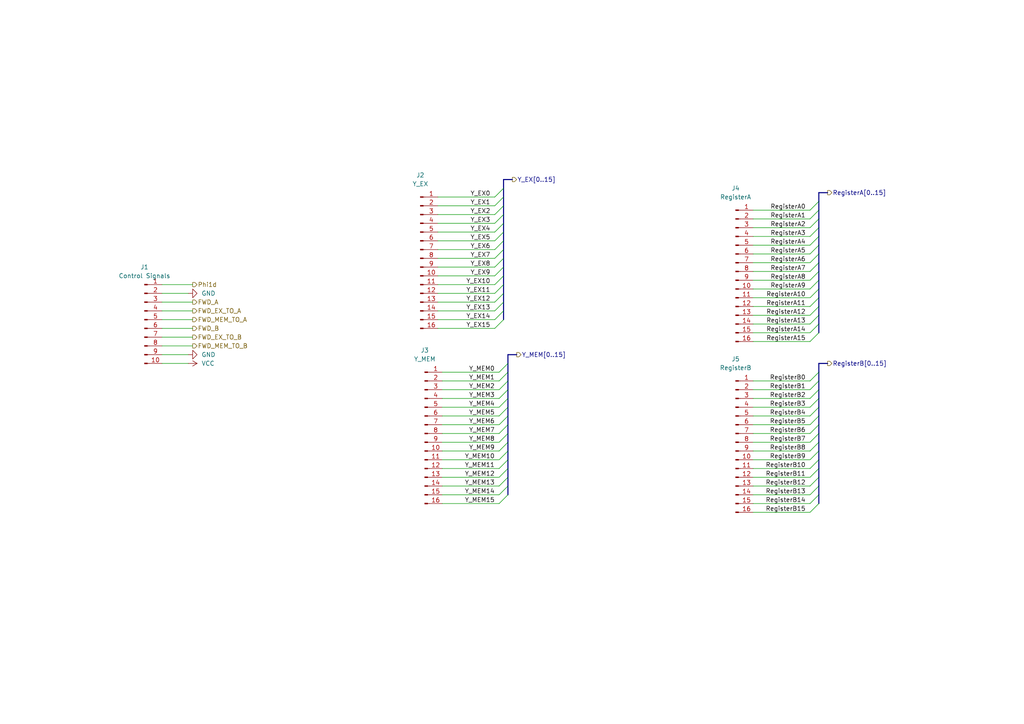
<source format=kicad_sch>
(kicad_sch (version 20211123) (generator eeschema)
  (paper "A4")
  (title_block (date "2022-04-13") (rev "A"))
  (lib_symbols
    (symbol "Connector:Conn_01x10_Male" (pin_names (offset 1.016) hide)
      (property "Reference" "J" (at 0 12.7 0))
      (property "Value" "Conn_01x10_Male" (at 0 -15.24 0))
      (symbol "Conn_01x10_Male_1_1"
        (polyline (pts (xy 1.27 -12.7) (xy 0.8636 -12.7)) (stroke (width 0.1524)))
        (polyline (pts (xy 1.27 -10.16) (xy 0.8636 -10.16)) (stroke (width 0.1524)))
        (polyline (pts (xy 1.27 -7.62) (xy 0.8636 -7.62)) (stroke (width 0.1524)))
        (polyline (pts (xy 1.27 -5.08) (xy 0.8636 -5.08)) (stroke (width 0.1524)))
        (polyline (pts (xy 1.27 -2.54) (xy 0.8636 -2.54)) (stroke (width 0.1524)))
        (polyline (pts (xy 1.27 0) (xy 0.8636 0)) (stroke (width 0.1524)))
        (polyline (pts (xy 1.27 2.54) (xy 0.8636 2.54)) (stroke (width 0.1524)))
        (polyline (pts (xy 1.27 5.08) (xy 0.8636 5.08)) (stroke (width 0.1524)))
        (polyline (pts (xy 1.27 7.62) (xy 0.8636 7.62)) (stroke (width 0.1524)))
        (polyline (pts (xy 1.27 10.16) (xy 0.8636 10.16)) (stroke (width 0.1524)))
        (rectangle (start 0.8636 -12.573) (end 0 -12.827) (stroke (width 0.1524)) (fill (type outline)))
        (rectangle (start 0.8636 -10.033) (end 0 -10.287) (stroke (width 0.1524)) (fill (type outline)))
        (rectangle (start 0.8636 -7.493) (end 0 -7.747) (stroke (width 0.1524)) (fill (type outline)))
        (rectangle (start 0.8636 -4.953) (end 0 -5.207) (stroke (width 0.1524)) (fill (type outline)))
        (rectangle (start 0.8636 -2.413) (end 0 -2.667) (stroke (width 0.1524)) (fill (type outline)))
        (rectangle (start 0.8636 0.127) (end 0 -0.127) (stroke (width 0.1524)) (fill (type outline)))
        (rectangle (start 0.8636 2.667) (end 0 2.413) (stroke (width 0.1524)) (fill (type outline)))
        (rectangle (start 0.8636 5.207) (end 0 4.953) (stroke (width 0.1524)) (fill (type outline)))
        (rectangle (start 0.8636 7.747) (end 0 7.493) (stroke (width 0.1524)) (fill (type outline)))
        (rectangle (start 0.8636 10.287) (end 0 10.033) (stroke (width 0.1524)) (fill (type outline)))
        (pin passive line (at 5.08 10.16 180) (length 3.81) (name "Pin_1") (number "1"))
        (pin passive line (at 5.08 -12.7 180) (length 3.81) (name "Pin_10") (number "10"))
        (pin passive line (at 5.08 7.62 180) (length 3.81) (name "Pin_2") (number "2"))
        (pin passive line (at 5.08 5.08 180) (length 3.81) (name "Pin_3") (number "3"))
        (pin passive line (at 5.08 2.54 180) (length 3.81) (name "Pin_4") (number "4"))
        (pin passive line (at 5.08 0 180) (length 3.81) (name "Pin_5") (number "5"))
        (pin passive line (at 5.08 -2.54 180) (length 3.81) (name "Pin_6") (number "6"))
        (pin passive line (at 5.08 -5.08 180) (length 3.81) (name "Pin_7") (number "7"))
        (pin passive line (at 5.08 -7.62 180) (length 3.81) (name "Pin_8") (number "8"))
        (pin passive line (at 5.08 -10.16 180) (length 3.81) (name "Pin_9") (number "9"))
      )
    )
    (symbol "Connector:Conn_01x16_Male" (pin_names (offset 1.016) hide)
      (property "Reference" "J" (at 0 20.32 0))
      (property "Value" "Conn_01x16_Male" (at 0 -22.86 0))
      (symbol "Conn_01x16_Male_1_1"
        (polyline (pts (xy 1.27 -20.32) (xy 0.8636 -20.32)) (stroke (width 0.1524)))
        (polyline (pts (xy 1.27 -17.78) (xy 0.8636 -17.78)) (stroke (width 0.1524)))
        (polyline (pts (xy 1.27 -15.24) (xy 0.8636 -15.24)) (stroke (width 0.1524)))
        (polyline (pts (xy 1.27 -12.7) (xy 0.8636 -12.7)) (stroke (width 0.1524)))
        (polyline (pts (xy 1.27 -10.16) (xy 0.8636 -10.16)) (stroke (width 0.1524)))
        (polyline (pts (xy 1.27 -7.62) (xy 0.8636 -7.62)) (stroke (width 0.1524)))
        (polyline (pts (xy 1.27 -5.08) (xy 0.8636 -5.08)) (stroke (width 0.1524)))
        (polyline (pts (xy 1.27 -2.54) (xy 0.8636 -2.54)) (stroke (width 0.1524)))
        (polyline (pts (xy 1.27 0) (xy 0.8636 0)) (stroke (width 0.1524)))
        (polyline (pts (xy 1.27 2.54) (xy 0.8636 2.54)) (stroke (width 0.1524)))
        (polyline (pts (xy 1.27 5.08) (xy 0.8636 5.08)) (stroke (width 0.1524)))
        (polyline (pts (xy 1.27 7.62) (xy 0.8636 7.62)) (stroke (width 0.1524)))
        (polyline (pts (xy 1.27 10.16) (xy 0.8636 10.16)) (stroke (width 0.1524)))
        (polyline (pts (xy 1.27 12.7) (xy 0.8636 12.7)) (stroke (width 0.1524)))
        (polyline (pts (xy 1.27 15.24) (xy 0.8636 15.24)) (stroke (width 0.1524)))
        (polyline (pts (xy 1.27 17.78) (xy 0.8636 17.78)) (stroke (width 0.1524)))
        (rectangle (start 0.8636 -20.193) (end 0 -20.447) (stroke (width 0.1524)) (fill (type outline)))
        (rectangle (start 0.8636 -17.653) (end 0 -17.907) (stroke (width 0.1524)) (fill (type outline)))
        (rectangle (start 0.8636 -15.113) (end 0 -15.367) (stroke (width 0.1524)) (fill (type outline)))
        (rectangle (start 0.8636 -12.573) (end 0 -12.827) (stroke (width 0.1524)) (fill (type outline)))
        (rectangle (start 0.8636 -10.033) (end 0 -10.287) (stroke (width 0.1524)) (fill (type outline)))
        (rectangle (start 0.8636 -7.493) (end 0 -7.747) (stroke (width 0.1524)) (fill (type outline)))
        (rectangle (start 0.8636 -4.953) (end 0 -5.207) (stroke (width 0.1524)) (fill (type outline)))
        (rectangle (start 0.8636 -2.413) (end 0 -2.667) (stroke (width 0.1524)) (fill (type outline)))
        (rectangle (start 0.8636 0.127) (end 0 -0.127) (stroke (width 0.1524)) (fill (type outline)))
        (rectangle (start 0.8636 2.667) (end 0 2.413) (stroke (width 0.1524)) (fill (type outline)))
        (rectangle (start 0.8636 5.207) (end 0 4.953) (stroke (width 0.1524)) (fill (type outline)))
        (rectangle (start 0.8636 7.747) (end 0 7.493) (stroke (width 0.1524)) (fill (type outline)))
        (rectangle (start 0.8636 10.287) (end 0 10.033) (stroke (width 0.1524)) (fill (type outline)))
        (rectangle (start 0.8636 12.827) (end 0 12.573) (stroke (width 0.1524)) (fill (type outline)))
        (rectangle (start 0.8636 15.367) (end 0 15.113) (stroke (width 0.1524)) (fill (type outline)))
        (rectangle (start 0.8636 17.907) (end 0 17.653) (stroke (width 0.1524)) (fill (type outline)))
        (pin passive line (at 5.08 17.78 180) (length 3.81) (name "Pin_1") (number "1"))
        (pin passive line (at 5.08 -5.08 180) (length 3.81) (name "Pin_10") (number "10"))
        (pin passive line (at 5.08 -7.62 180) (length 3.81) (name "Pin_11") (number "11"))
        (pin passive line (at 5.08 -10.16 180) (length 3.81) (name "Pin_12") (number "12"))
        (pin passive line (at 5.08 -12.7 180) (length 3.81) (name "Pin_13") (number "13"))
        (pin passive line (at 5.08 -15.24 180) (length 3.81) (name "Pin_14") (number "14"))
        (pin passive line (at 5.08 -17.78 180) (length 3.81) (name "Pin_15") (number "15"))
        (pin passive line (at 5.08 -20.32 180) (length 3.81) (name "Pin_16") (number "16"))
        (pin passive line (at 5.08 15.24 180) (length 3.81) (name "Pin_2") (number "2"))
        (pin passive line (at 5.08 12.7 180) (length 3.81) (name "Pin_3") (number "3"))
        (pin passive line (at 5.08 10.16 180) (length 3.81) (name "Pin_4") (number "4"))
        (pin passive line (at 5.08 7.62 180) (length 3.81) (name "Pin_5") (number "5"))
        (pin passive line (at 5.08 5.08 180) (length 3.81) (name "Pin_6") (number "6"))
        (pin passive line (at 5.08 2.54 180) (length 3.81) (name "Pin_7") (number "7"))
        (pin passive line (at 5.08 0 180) (length 3.81) (name "Pin_8") (number "8"))
        (pin passive line (at 5.08 -2.54 180) (length 3.81) (name "Pin_9") (number "9"))
      )
    )
    (symbol "power:GND" (power) (pin_names (offset 0))
      (property "Value" "GND" (at 0 -3.81 0))
      (symbol "GND_0_1"
        (polyline (pts (xy 0 0) (xy 0 -1.27) (xy 1.27 -1.27) (xy 0 -2.54) (xy -1.27 -1.27) (xy 0 -1.27)))
      )
      (symbol "GND_1_1"
        (pin power_in line (at 0 0 270) (length 0) hide (name "GND") (number "1"))
      )
    )
    (symbol "power:VCC" (power) (pin_names (offset 0))
      (property "Value" "VCC" (at 0 3.81 0))
      (symbol "VCC_0_1"
        (polyline (pts (xy -0.762 1.27) (xy 0 2.54)))
        (polyline (pts (xy 0 0) (xy 0 2.54)))
        (polyline (pts (xy 0 2.54) (xy 0.762 1.27)))
      )
      (symbol "VCC_1_1"
        (pin power_in line (at 0 0 90) (length 0) hide (name "VCC") (number "1"))
      )
    )
  )
  (bus_entry (at 146.05 85.09) (size -2.54 2.54))
  (bus_entry (at 237.49 135.89) (size -2.54 2.54))
  (bus_entry (at 237.49 68.58) (size -2.54 2.54))
  (bus_entry (at 237.49 146.05) (size -2.54 2.54))
  (bus_entry (at 146.05 90.17) (size -2.54 2.54))
  (bus_entry (at 146.05 82.55) (size -2.54 2.54))
  (bus_entry (at 146.05 72.39) (size -2.54 2.54))
  (bus_entry (at 237.49 118.11) (size -2.54 2.54))
  (bus_entry (at 237.49 86.36) (size -2.54 2.54))
  (bus_entry (at 146.05 64.77) (size -2.54 2.54))
  (bus_entry (at 237.49 78.74) (size -2.54 2.54))
  (bus_entry (at 237.49 81.28) (size -2.54 2.54))
  (bus_entry (at 237.49 138.43) (size -2.54 2.54))
  (bus_entry (at 147.32 143.51) (size -2.54 2.54))
  (bus_entry (at 147.32 115.57) (size -2.54 2.54))
  (bus_entry (at 237.49 113.03) (size -2.54 2.54))
  (bus_entry (at 146.05 59.69) (size -2.54 2.54))
  (bus_entry (at 237.49 107.95) (size -2.54 2.54))
  (bus_entry (at 147.32 113.03) (size -2.54 2.54))
  (bus_entry (at 146.05 67.31) (size -2.54 2.54))
  (bus_entry (at 237.49 120.65) (size -2.54 2.54))
  (bus_entry (at 237.49 93.98) (size -2.54 2.54))
  (bus_entry (at 237.49 76.2) (size -2.54 2.54))
  (bus_entry (at 237.49 73.66) (size -2.54 2.54))
  (bus_entry (at 146.05 62.23) (size -2.54 2.54))
  (bus_entry (at 237.49 140.97) (size -2.54 2.54))
  (bus_entry (at 147.32 107.95) (size -2.54 2.54))
  (bus_entry (at 146.05 87.63) (size -2.54 2.54))
  (bus_entry (at 237.49 88.9) (size -2.54 2.54))
  (bus_entry (at 147.32 118.11) (size -2.54 2.54))
  (bus_entry (at 147.32 133.35) (size -2.54 2.54))
  (bus_entry (at 147.32 138.43) (size -2.54 2.54))
  (bus_entry (at 237.49 115.57) (size -2.54 2.54))
  (bus_entry (at 237.49 66.04) (size -2.54 2.54))
  (bus_entry (at 146.05 74.93) (size -2.54 2.54))
  (bus_entry (at 237.49 58.42) (size -2.54 2.54))
  (bus_entry (at 237.49 133.35) (size -2.54 2.54))
  (bus_entry (at 146.05 80.01) (size -2.54 2.54))
  (bus_entry (at 237.49 125.73) (size -2.54 2.54))
  (bus_entry (at 237.49 110.49) (size -2.54 2.54))
  (bus_entry (at 147.32 110.49) (size -2.54 2.54))
  (bus_entry (at 147.32 105.41) (size -2.54 2.54))
  (bus_entry (at 146.05 54.61) (size -2.54 2.54))
  (bus_entry (at 237.49 60.96) (size -2.54 2.54))
  (bus_entry (at 237.49 123.19) (size -2.54 2.54))
  (bus_entry (at 147.32 135.89) (size -2.54 2.54))
  (bus_entry (at 147.32 130.81) (size -2.54 2.54))
  (bus_entry (at 237.49 91.44) (size -2.54 2.54))
  (bus_entry (at 147.32 120.65) (size -2.54 2.54))
  (bus_entry (at 147.32 125.73) (size -2.54 2.54))
  (bus_entry (at 237.49 130.81) (size -2.54 2.54))
  (bus_entry (at 146.05 77.47) (size -2.54 2.54))
  (bus_entry (at 237.49 71.12) (size -2.54 2.54))
  (bus_entry (at 146.05 92.71) (size -2.54 2.54))
  (bus_entry (at 237.49 83.82) (size -2.54 2.54))
  (bus_entry (at 237.49 128.27) (size -2.54 2.54))
  (bus_entry (at 146.05 57.15) (size -2.54 2.54))
  (bus_entry (at 237.49 63.5) (size -2.54 2.54))
  (bus_entry (at 237.49 143.51) (size -2.54 2.54))
  (bus_entry (at 237.49 96.52) (size -2.54 2.54))
  (bus_entry (at 147.32 140.97) (size -2.54 2.54))
  (bus_entry (at 147.32 128.27) (size -2.54 2.54))
  (bus_entry (at 147.32 123.19) (size -2.54 2.54))
  (bus_entry (at 146.05 69.85) (size -2.54 2.54))
  (wire (pts (xy 46.99 100.33) (xy 55.88 100.33)))
  (bus (pts (xy 147.32 135.89) (xy 147.32 138.43)))
  (bus (pts (xy 146.05 54.61) (xy 146.05 57.15)))
  (wire (pts (xy 143.51 92.71) (xy 127 92.71)))
  (wire (pts (xy 234.95 81.28) (xy 218.44 81.28)))
  (bus (pts (xy 240.03 55.88) (xy 237.49 55.88)))
  (wire (pts (xy 234.95 115.57) (xy 218.44 115.57)))
  (bus (pts (xy 149.86 102.87) (xy 147.32 102.87)))
  (wire (pts (xy 234.95 86.36) (xy 218.44 86.36)))
  (bus (pts (xy 146.05 59.69) (xy 146.05 62.23)))
  (bus (pts (xy 237.49 71.12) (xy 237.49 73.66)))
  (wire (pts (xy 46.99 92.71) (xy 55.88 92.71)))
  (wire (pts (xy 234.95 123.19) (xy 218.44 123.19)))
  (bus (pts (xy 237.49 55.88) (xy 237.49 58.42)))
  (bus (pts (xy 237.49 113.03) (xy 237.49 115.57)))
  (wire (pts (xy 234.95 130.81) (xy 218.44 130.81)))
  (wire (pts (xy 143.51 80.01) (xy 127 80.01)))
  (wire (pts (xy 234.95 135.89) (xy 218.44 135.89)))
  (wire (pts (xy 234.95 99.06) (xy 218.44 99.06)))
  (bus (pts (xy 237.49 120.65) (xy 237.49 123.19)))
  (wire (pts (xy 144.78 125.73) (xy 128.27 125.73)))
  (bus (pts (xy 237.49 68.58) (xy 237.49 71.12)))
  (bus (pts (xy 237.49 93.98) (xy 237.49 96.52)))
  (bus (pts (xy 240.03 105.41) (xy 237.49 105.41)))
  (bus (pts (xy 146.05 52.07) (xy 146.05 54.61)))
  (wire (pts (xy 144.78 135.89) (xy 128.27 135.89)))
  (bus (pts (xy 237.49 73.66) (xy 237.49 76.2)))
  (bus (pts (xy 237.49 135.89) (xy 237.49 138.43)))
  (bus (pts (xy 237.49 107.95) (xy 237.49 110.49)))
  (wire (pts (xy 234.95 83.82) (xy 218.44 83.82)))
  (bus (pts (xy 147.32 130.81) (xy 147.32 133.35)))
  (bus (pts (xy 147.32 102.87) (xy 147.32 105.41)))
  (wire (pts (xy 144.78 113.03) (xy 128.27 113.03)))
  (wire (pts (xy 234.95 93.98) (xy 218.44 93.98)))
  (wire (pts (xy 144.78 110.49) (xy 128.27 110.49)))
  (bus (pts (xy 146.05 64.77) (xy 146.05 67.31)))
  (wire (pts (xy 143.51 67.31) (xy 127 67.31)))
  (bus (pts (xy 237.49 58.42) (xy 237.49 60.96)))
  (bus (pts (xy 147.32 120.65) (xy 147.32 123.19)))
  (bus (pts (xy 237.49 110.49) (xy 237.49 113.03)))
  (wire (pts (xy 144.78 128.27) (xy 128.27 128.27)))
  (bus (pts (xy 237.49 123.19) (xy 237.49 125.73)))
  (wire (pts (xy 234.95 71.12) (xy 218.44 71.12)))
  (bus (pts (xy 237.49 133.35) (xy 237.49 135.89)))
  (bus (pts (xy 148.59 52.07) (xy 146.05 52.07)))
  (bus (pts (xy 147.32 128.27) (xy 147.32 130.81)))
  (bus (pts (xy 146.05 62.23) (xy 146.05 64.77)))
  (wire (pts (xy 234.95 146.05) (xy 218.44 146.05)))
  (bus (pts (xy 237.49 63.5) (xy 237.49 66.04)))
  (wire (pts (xy 143.51 87.63) (xy 127 87.63)))
  (wire (pts (xy 144.78 120.65) (xy 128.27 120.65)))
  (wire (pts (xy 143.51 57.15) (xy 127 57.15)))
  (wire (pts (xy 144.78 107.95) (xy 128.27 107.95)))
  (bus (pts (xy 237.49 60.96) (xy 237.49 63.5)))
  (bus (pts (xy 147.32 110.49) (xy 147.32 113.03)))
  (bus (pts (xy 146.05 77.47) (xy 146.05 80.01)))
  (wire (pts (xy 234.95 91.44) (xy 218.44 91.44)))
  (bus (pts (xy 147.32 105.41) (xy 147.32 107.95)))
  (wire (pts (xy 234.95 66.04) (xy 218.44 66.04)))
  (wire (pts (xy 143.51 90.17) (xy 127 90.17)))
  (wire (pts (xy 46.99 95.25) (xy 55.88 95.25)))
  (wire (pts (xy 143.51 69.85) (xy 127 69.85)))
  (bus (pts (xy 237.49 118.11) (xy 237.49 120.65)))
  (wire (pts (xy 46.99 90.17) (xy 55.88 90.17)))
  (wire (pts (xy 234.95 120.65) (xy 218.44 120.65)))
  (bus (pts (xy 146.05 85.09) (xy 146.05 87.63)))
  (bus (pts (xy 237.49 81.28) (xy 237.49 83.82)))
  (wire (pts (xy 143.51 64.77) (xy 127 64.77)))
  (wire (pts (xy 234.95 113.03) (xy 218.44 113.03)))
  (wire (pts (xy 234.95 60.96) (xy 218.44 60.96)))
  (wire (pts (xy 234.95 63.5) (xy 218.44 63.5)))
  (bus (pts (xy 146.05 67.31) (xy 146.05 69.85)))
  (wire (pts (xy 143.51 77.47) (xy 127 77.47)))
  (wire (pts (xy 144.78 143.51) (xy 128.27 143.51)))
  (wire (pts (xy 46.99 102.87) (xy 54.61 102.87)))
  (wire (pts (xy 143.51 82.55) (xy 127 82.55)))
  (wire (pts (xy 234.95 143.51) (xy 218.44 143.51)))
  (wire (pts (xy 144.78 133.35) (xy 128.27 133.35)))
  (bus (pts (xy 237.49 128.27) (xy 237.49 130.81)))
  (wire (pts (xy 234.95 68.58) (xy 218.44 68.58)))
  (wire (pts (xy 46.99 97.79) (xy 55.88 97.79)))
  (wire (pts (xy 46.99 87.63) (xy 55.88 87.63)))
  (wire (pts (xy 143.51 59.69) (xy 127 59.69)))
  (wire (pts (xy 234.95 138.43) (xy 218.44 138.43)))
  (bus (pts (xy 147.32 113.03) (xy 147.32 115.57)))
  (bus (pts (xy 237.49 143.51) (xy 237.49 146.05)))
  (wire (pts (xy 234.95 148.59) (xy 218.44 148.59)))
  (wire (pts (xy 234.95 133.35) (xy 218.44 133.35)))
  (wire (pts (xy 234.95 78.74) (xy 218.44 78.74)))
  (wire (pts (xy 143.51 95.25) (xy 127 95.25)))
  (bus (pts (xy 147.32 107.95) (xy 147.32 110.49)))
  (wire (pts (xy 234.95 88.9) (xy 218.44 88.9)))
  (wire (pts (xy 143.51 74.93) (xy 127 74.93)))
  (bus (pts (xy 147.32 133.35) (xy 147.32 135.89)))
  (wire (pts (xy 143.51 62.23) (xy 127 62.23)))
  (wire (pts (xy 144.78 130.81) (xy 128.27 130.81)))
  (wire (pts (xy 234.95 140.97) (xy 218.44 140.97)))
  (wire (pts (xy 234.95 118.11) (xy 218.44 118.11)))
  (wire (pts (xy 144.78 146.05) (xy 128.27 146.05)))
  (wire (pts (xy 144.78 138.43) (xy 128.27 138.43)))
  (bus (pts (xy 237.49 91.44) (xy 237.49 93.98)))
  (wire (pts (xy 144.78 140.97) (xy 128.27 140.97)))
  (bus (pts (xy 146.05 72.39) (xy 146.05 74.93)))
  (bus (pts (xy 237.49 88.9) (xy 237.49 91.44)))
  (bus (pts (xy 146.05 69.85) (xy 146.05 72.39)))
  (bus (pts (xy 237.49 86.36) (xy 237.49 88.9)))
  (wire (pts (xy 46.99 85.09) (xy 54.61 85.09)))
  (bus (pts (xy 237.49 125.73) (xy 237.49 128.27)))
  (bus (pts (xy 237.49 105.41) (xy 237.49 107.95)))
  (bus (pts (xy 146.05 57.15) (xy 146.05 59.69)))
  (bus (pts (xy 237.49 66.04) (xy 237.49 68.58)))
  (wire (pts (xy 46.99 82.55) (xy 55.88 82.55)))
  (wire (pts (xy 144.78 123.19) (xy 128.27 123.19)))
  (bus (pts (xy 147.32 123.19) (xy 147.32 125.73)))
  (wire (pts (xy 234.95 73.66) (xy 218.44 73.66)))
  (bus (pts (xy 147.32 118.11) (xy 147.32 120.65)))
  (bus (pts (xy 237.49 76.2) (xy 237.49 78.74)))
  (bus (pts (xy 147.32 140.97) (xy 147.32 143.51)))
  (bus (pts (xy 146.05 80.01) (xy 146.05 82.55)))
  (wire (pts (xy 234.95 125.73) (xy 218.44 125.73)))
  (bus (pts (xy 146.05 90.17) (xy 146.05 92.71)))
  (bus (pts (xy 147.32 125.73) (xy 147.32 128.27)))
  (bus (pts (xy 237.49 140.97) (xy 237.49 143.51)))
  (wire (pts (xy 144.78 115.57) (xy 128.27 115.57)))
  (bus (pts (xy 237.49 83.82) (xy 237.49 86.36)))
  (wire (pts (xy 234.95 76.2) (xy 218.44 76.2)))
  (bus (pts (xy 237.49 138.43) (xy 237.49 140.97)))
  (bus (pts (xy 147.32 115.57) (xy 147.32 118.11)))
  (wire (pts (xy 234.95 128.27) (xy 218.44 128.27)))
  (bus (pts (xy 146.05 82.55) (xy 146.05 85.09)))
  (wire (pts (xy 46.99 105.41) (xy 54.61 105.41)))
  (wire (pts (xy 144.78 118.11) (xy 128.27 118.11)))
  (bus (pts (xy 237.49 115.57) (xy 237.49 118.11)))
  (wire (pts (xy 143.51 85.09) (xy 127 85.09)))
  (wire (pts (xy 234.95 96.52) (xy 218.44 96.52)))
  (bus (pts (xy 146.05 74.93) (xy 146.05 77.47)))
  (wire (pts (xy 234.95 110.49) (xy 218.44 110.49)))
  (bus (pts (xy 147.32 138.43) (xy 147.32 140.97)))
  (bus (pts (xy 146.05 87.63) (xy 146.05 90.17)))
  (bus (pts (xy 237.49 78.74) (xy 237.49 81.28)))
  (wire (pts (xy 143.51 72.39) (xy 127 72.39)))
  (bus (pts (xy 237.49 130.81) (xy 237.49 133.35)))
  (label "Y_EX7" (at 142.24 74.93 180))
  (label "RegisterA0" (at 233.68 60.96 180))
  (label "Y_MEM2" (at 143.51 113.03 180))
  (label "Y_EX1" (at 142.24 59.69 180))
  (label "Y_EX4" (at 142.24 67.31 180))
  (label "Y_EX5" (at 142.24 69.85 180))
  (label "Y_EX11" (at 142.24 85.09 180))
  (label "Y_MEM12" (at 143.51 138.43 180))
  (label "Y_EX15" (at 142.24 95.25 180))
  (label "Y_EX12" (at 142.24 87.63 180))
  (label "RegisterA15" (at 233.68 99.06 180))
  (label "Y_MEM7" (at 143.51 125.73 180))
  (label "Y_EX9" (at 142.24 80.01 180))
  (label "Y_EX13" (at 142.24 90.17 180))
  (label "RegisterB0" (at 233.68 110.49 180))
  (label "Y_MEM6" (at 143.51 123.19 180))
  (label "RegisterA2" (at 233.68 66.04 180))
  (label "RegisterA10" (at 233.68 86.36 180))
  (label "RegisterB1" (at 233.68 113.03 180))
  (label "Y_EX2" (at 142.24 62.23 180))
  (label "Y_MEM4" (at 143.51 118.11 180))
  (label "RegisterB10" (at 233.68 135.89 180))
  (label "Y_MEM1" (at 143.51 110.49 180))
  (label "Y_EX14" (at 142.24 92.71 180))
  (label "Y_EX6" (at 142.24 72.39 180))
  (label "Y_MEM0" (at 143.51 107.95 180))
  (label "Y_EX3" (at 142.24 64.77 180))
  (label "RegisterA5" (at 233.68 73.66 180))
  (label "RegisterA11" (at 233.68 88.9 180))
  (label "Y_MEM8" (at 143.51 128.27 180))
  (label "RegisterB7" (at 233.68 128.27 180))
  (label "RegisterB11" (at 233.68 138.43 180))
  (label "RegisterA7" (at 233.68 78.74 180))
  (label "RegisterB14" (at 233.68 146.05 180))
  (label "RegisterB13" (at 233.68 143.51 180))
  (label "Y_EX10" (at 142.24 82.55 180))
  (label "RegisterB9" (at 233.68 133.35 180))
  (label "RegisterA9" (at 233.68 83.82 180))
  (label "RegisterA3" (at 233.68 68.58 180))
  (label "RegisterB12" (at 233.68 140.97 180))
  (label "RegisterA4" (at 233.68 71.12 180))
  (label "Y_MEM14" (at 143.51 143.51 180))
  (label "Y_MEM15" (at 143.51 146.05 180))
  (label "RegisterB15" (at 233.68 148.59 180))
  (label "Y_MEM9" (at 143.51 130.81 180))
  (label "RegisterB2" (at 233.68 115.57 180))
  (label "RegisterA8" (at 233.68 81.28 180))
  (label "RegisterB8" (at 233.68 130.81 180))
  (label "RegisterA13" (at 233.68 93.98 180))
  (label "Y_EX8" (at 142.24 77.47 180))
  (label "Y_MEM5" (at 143.51 120.65 180))
  (label "RegisterB3" (at 233.68 118.11 180))
  (label "Y_MEM13" (at 143.51 140.97 180))
  (label "Y_MEM10" (at 143.51 133.35 180))
  (label "Y_MEM3" (at 143.51 115.57 180))
  (label "RegisterB6" (at 233.68 125.73 180))
  (label "RegisterA1" (at 233.68 63.5 180))
  (label "RegisterA12" (at 233.68 91.44 180))
  (label "Y_EX0" (at 142.24 57.15 180))
  (label "RegisterA6" (at 233.68 76.2 180))
  (label "Y_MEM11" (at 143.51 135.89 180))
  (label "RegisterA14" (at 233.68 96.52 180))
  (label "RegisterB4" (at 233.68 120.65 180))
  (label "RegisterB5" (at 233.68 123.19 180))
  (hierarchical_label "FWD_A" (shape output) (at 55.88 87.63 0))
  (hierarchical_label "Y_EX[0..15]" (shape output) (at 148.59 52.07 0))
  (hierarchical_label "Y_MEM[0..15]" (shape output) (at 149.86 102.87 0))
  (hierarchical_label "FWD_B" (shape output) (at 55.88 95.25 0))
  (hierarchical_label "FWD_MEM_TO_A" (shape output) (at 55.88 92.71 0))
  (hierarchical_label "FWD_EX_TO_A" (shape output) (at 55.88 90.17 0))
  (hierarchical_label "RegisterB[0..15]" (shape output) (at 240.03 105.41 0))
  (hierarchical_label "FWD_MEM_TO_B" (shape output) (at 55.88 100.33 0))
  (hierarchical_label "Phi1d" (shape output) (at 55.88 82.55 0))
  (hierarchical_label "FWD_EX_TO_B" (shape output) (at 55.88 97.79 0))
  (hierarchical_label "RegisterA[0..15]" (shape output) (at 240.03 55.88 0))
  (symbol (lib_id "Connector:Conn_01x10_Male") (at 41.91 92.71 0) (unit 1)
    (property "Reference" "J1" (at 41.91 77.47 0))
    (property "Value" "Control Signals" (at 41.91 80.01 0))
    (property "Footprint" "Connector_PinHeader_2.54mm:PinHeader_1x10_P2.54mm_Vertical" (effects hide))
  )
  (symbol (lib_id "Connector:Conn_01x16_Male") (at 213.36 128.27 0) (unit 1)
    (property "Reference" "J5" (at 213.36 104.14 0))
    (property "Value" "RegisterB" (at 213.36 106.68 0))
    (property "Footprint" "Connector_PinHeader_2.54mm:PinHeader_1x16_P2.54mm_Vertical" (effects hide))
  )
  (symbol (lib_id "Connector:Conn_01x16_Male") (at 123.19 125.73 0) (unit 1)
    (property "Reference" "J3" (at 123.19 101.6 0))
    (property "Value" "Y_MEM" (at 123.19 104.14 0))
    (property "Footprint" "Connector_PinHeader_2.54mm:PinHeader_1x16_P2.54mm_Vertical" (effects hide))
  )
  (symbol (lib_id "Connector:Conn_01x16_Male") (at 213.36 78.74 0) (unit 1)
    (property "Reference" "J4" (at 213.36 54.61 0))
    (property "Value" "RegisterA" (at 213.36 57.15 0))
    (property "Footprint" "Connector_PinHeader_2.54mm:PinHeader_1x16_P2.54mm_Vertical" (effects hide))
  )
  (symbol (lib_id "power:VCC") (at 54.61 105.41 270) (unit 1)
    (property "Reference" "#PWR041" (effects hide))
    (property "Value" "VCC" (at 58.42 105.4099 90) (effects (justify left)))
  )
  (symbol (lib_id "power:GND") (at 54.61 102.87 90) (unit 1)
    (property "Reference" "#PWR040" (effects hide))
    (property "Value" "GND" (at 58.42 102.8699 90) (effects (justify right)))
  )
  (symbol (lib_id "Connector:Conn_01x16_Male") (at 121.92 74.93 0) (unit 1)
    (property "Reference" "J2" (at 121.92 50.8 0))
    (property "Value" "Y_EX" (at 121.92 53.34 0))
    (property "Footprint" "Connector_PinHeader_2.54mm:PinHeader_1x16_P2.54mm_Vertical" (effects hide))
  )
  (symbol (lib_id "power:GND") (at 54.61 85.09 90) (unit 1)
    (property "Reference" "#PWR039" (effects hide))
    (property "Value" "GND" (at 58.42 85.0899 90) (effects (justify right)))
  )
)
</source>
